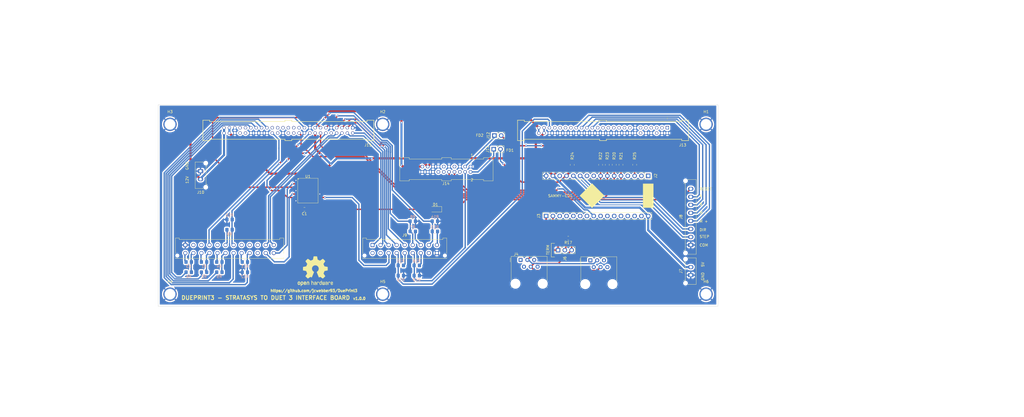
<source format=kicad_pcb>
(kicad_pcb (version 20241229) (generator "pcbnew") (generator_version "9.0")
  (layers (0 "F.Cu" signal) (2 "B.Cu" signal) (13 "F.Paste" user) (15 "B.Paste" user) (5 "F.SilkS" user "F.Silkscreen") (7 "B.SilkS" user "B.Silkscreen") (1 "F.Mask" user) (3 "B.Mask" user) (25 "Edge.Cuts" user))
  (net 0 "")
  (net 1 "VD MOTOR ENABLE")
  (net 2 "Y-Axis End of Travel Lim SW")
  (net 3 "X-Axis End of Travel Lim SW")
  (net 4 "Print Head Model Toggle SW")
  (net 5 "Print Head Support Toggle SW")
  (net 6 "PRINT BED TOUCH PR LIM SW")
  (net 7 "CHAMBER TEMP ALARM")
  (net 8 "PRINT HEAD TEMP ALARM")
  (net 9 "HEAD THERMOSTAT STATUS")
  (net 10 "VD CHAMBER HEATER ENABLE")
  (net 11 "VD EXTRUDER MODEL HEATER ENABLE")
  (net 12 "VD EXTRUDER SUPPORT HEATER ENABLE")
  (net 13 "MOTOR ENABLE")
  (net 14 "VD PRINT BED TOUCH PR PWR EN")
  (net 15 "LED Lights Enable")
  (net 16 "DIR")
  (net 17 "STEP")
  (net 18 "ARMATURE POSITIVE")
  (net 19 "ARMATURE NEGATIVE")
  (net 20 "ENCODER CH A")
  (net 21 "ENCODER CH B")
  (net 22 "CHAMBER HEATER ENABLE")
  (net 23 "PRINT HEAD MODEL THEM")
  (net 24 "PRINT HEAD SUPP THEM")
  (net 25 "CHAMBER TEMP THERM")
  (net 26 "GND")
  (net 30 "DOOR SOLENOID ENABLE")
  (net 33 "+5V")
  (net 34 "CAN0H")
  (net 35 "CAN0L")
  (net 56 "Net-(J6-Pin_2)")
  (net 57 "VD PRINT HEAD BLOWER ENABLE")
  (net 58 "LS GECKO RESET")
  (net 59 "ESHE PWM")
  (net 60 "PHBE PWM")
  (net 61 "EMHE PWM")
  (net 62 "LS DOOR SOLENOID ENABLE")
  (net 63 "PBTPE PWM")
  (net 64 "LS LED Lights Enable")
  (net 65 "+12V")
  (net 66 "Y-AXIS HOME LIM SW")
  (net 67 "Z-Axis End of Travel Lim SW")
  (net 68 "Z-AXIS HOME LIM SW")
  (net 69 "DOOR SWITCH")
  (net 70 "X-AXIS HOME LIM SW")
  (net 71 "GECKO ERROR")
  (net 72 "Net-(D1-A)")
  (net 74 "Net-(J12-Pin_2)")
  (net 75 "Net-(J11-Pin_2)")
  (net 76 "FD2")
  (net 77 "FD1")
  (net 80 "/T0")
  (net 86 "/T1 VSSA")
  (net 87 "/T2 VSSA")
  (net 89 "/T1")
  (net 90 "/T2")
  (footprint "Connector_Molex:Molex_Micro-Fit_3.0_43650-0215_1x02_P3.00mm_Vertical" (layer "F.Cu") (at 254.635 88.09 90)
    (property "Reference" "J7")
    (property "Value" "MF3.0-1x2-436500215")
  )
  (footprint "Stratasys Adapter:MountingHole_4.00mm_Pad" (layer "F.Cu") (at 139.7 31.75)
    (property "Reference" "H2")
    (property "Value" "MountingHole_Pad")
  )
  (footprint "Resistor_SMD:R_0805_2012Metric_Pad1.20x1.40mm_HandSolder" (layer "F.Cu") (at 208.92 74.295 180)
    (property "Reference" "R17")
    (property "Value" "120")
  )
  (footprint "Connector_PinHeader_2.54mm:PinHeader_1x02_P2.54mm_Vertical" (layer "F.Cu") (at 181.102 41.021 90)
    (property "Reference" "J11")
    (property "Value" "2.54Header-1x2-M")
  )
  (footprint "Resistor_SMD:R_0805_2012Metric_Pad1.20x1.40mm_HandSolder" (layer "F.Cu") (at 223.52 46.863 -90)
    (property "Reference" "R23")
    (property "Value" "10k")
  )
  (footprint "Connector_Molex:Molex_Micro-Fit_3.0_43650-0815_1x08_P3.00mm_Vertical" (layer "F.Cu") (at 254.635 76.835 90)
    (property "Reference" "J8")
    (property "Value" "MF3.0-1x8-436500815")
  )
  (footprint "Connector_PinHeader_2.54mm:PinHeader_1x02_P2.54mm_Vertical" (layer "F.Cu") (at 181.356 35.941 90)
    (property "Reference" "J12")
    (property "Value" "2.54Header-1x2-M")
  )
  (footprint "Connector_PinSocket_2.54mm:PinSocket_1x16_P2.54mm_Vertical" (layer "F.Cu") (at 238.76 51 -90)
    (property "Reference" "J2")
    (property "Value" "2.54Header-1x16-F")
  )
  (footprint "Diode_SMD:D_SMF" (layer "F.Cu") (at 159.385 63.5 180)
    (property "Reference" "D1")
    (property "Value" "100v 1A")
  )
  (footprint "Connector_PinHeader_2.54mm:PinHeader_1x03_P2.54mm_Vertical" (layer "F.Cu") (at 205.11 78.74 90)
    (property "Reference" "J6")
    (property "Value" "2.54Header-1x3-M")
  )
  (footprint "Stratasys Adapter:MountingHole_4.00mm_Pad" (layer "F.Cu") (at 139.7 95.2)
    (property "Reference" "H5")
    (property "Value" "MountingHole_Pad")
  )
  (footprint "Resistor_SMD:R_0805_2012Metric_Pad1.20x1.40mm_HandSolder" (layer "F.Cu") (at 228.6 46.847 90)
    (property "Reference" "R21")
    (property "Value" "10k")
  )
  (footprint "Connector_RJ:RJ12_Amphenol_54601-x06_Horizontal" (layer "F.Cu") (at 191.13 82.4)
    (property "Reference" "J4")
    (property "Value" "6P2C")
  )
  (footprint "Stratasys Adapter:MountingHole_4.00mm_Pad" (layer "F.Cu") (at 260.35 95.2)
    (property "Reference" "H6")
    (property "Value" "MountingHole_Pad")
  )
  (footprint "Stratasys Adapter:MountingHole_4.00mm_Pad" (layer "F.Cu") (at 60.325 31.75)
    (property "Reference" "H3")
    (property "Value" "MountingHole_Pad")
  )
  (footprint "Symbol:OSHW-Logo2_14.6x12mm_SilkScreen" (layer "F.Cu") (at 114.554 86.614)
    (property "Reference" "REF**" (hide yes))
    (property "Value" "OSHW-Logo2_14.6x12mm_SilkScreen" (hide yes))
  )
  (footprint "PCM_Package_SO_AKL:SOIC-14_3.9x8.7mm_P1.27mm" (layer "F.Cu") (at 111.76 56.515)
    (property "Reference" "U1")
    (property "Value" "SN74AHCT125DR" (hide yes))
  )
  (footprint "Connector_Molex:Molex_Micro-Fit_3.0_43045-2412_2x12_P3.00mm_Vertical" (layer "F.Cu") (at 66.04 76.835)
    (property "Reference" "J1")
    (property "Value" "MF3.0-2x12-430452412")
  )
  (footprint "Resistor_SMD:R_0805_2012Metric_Pad1.20x1.40mm_HandSolder" (layer "F.Cu") (at 210.439 46.879 -90)
    (property "Reference" "R24")
    (property "Value" "10k")
  )
  (footprint "Resistor_SMD:R_0805_2012Metric_Pad1.20x1.40mm_HandSolder" (layer "F.Cu") (at 226.06 46.847 90)
    (property "Reference" "R20")
    (property "Value" "10k")
  )
  (footprint "Resistor_SMD:R_0805_2012Metric_Pad1.20x1.40mm_HandSolder" (layer "F.Cu") (at 233.68 46.847 -90)
    (property "Reference" "R25")
    (property "Value" "10k")
  )
  (footprint "Connector_Molex:Molex_Micro-Fit_3.0_43650-0215_1x02_P3.00mm_Vertical" (layer "F.Cu") (at 71.7 49.245 -90)
    (property "Reference" "J10")
    (property "Value" "MF3.0-1x2-436500215")
  )
  (footprint "Stratasys Adapter:MountingHole_4.00mm_Pad" (layer "F.Cu") (at 260.35 31.75)
    (property "Reference" "H1")
    (property "Value" "MountingHole_Pad")
  )
  (footprint "Stratasys Adapter:MountingHole_4.00mm_Pad" (layer "F.Cu") (at 60.325 95.2)
    (property "Reference" "H4")
    (property "Value" "MountingHole_Pad")
  )
  (footprint "Resistor_SMD:R_0805_2012Metric_Pad1.20x1.40mm_HandSolder" (layer "F.Cu") (at 220.98 46.863 -90)
    (property "Reference" "R22")
    (property "Value" "10k")
  )
  (footprint "Connector_RJ:RJ12_Amphenol_54601-x06_Horizontal" (layer "F.Cu") (at 217.17 82.55)
    (property "Reference" "J5" (hide yes))
    (property "Value" "6P2C")
  )
  (footprint "Capacitor_SMD:C_0805_2012Metric_Pad1.18x1.45mm_HandSolder" (layer "F.Cu") (at 110.49 63.5 180)
    (property "Reference" "C1")
    (property "Value" "0.1 µF")
  )
  (footprint "Connector_PinSocket_2.54mm:PinSocket_1x16_P2.54mm_Vertical" (layer "F.Cu") (at 200.66 66 90)
    (property "Reference" "J3")
    (property "Value" "2.54Header-1x16-F")
  )
  (footprint "DuePrint3-Lib:SAMTEC_EHT-125-01-S-D" (layer "F.Cu") (at 104.49 34.02 180)
    (property "Reference" "J15")
    (property "Value" "EHT-125-01-S-D")
  )
  (footprint "DuePrint3-Lib:EHT-110-01-XX-D" (layer "F.Cu") (at 163.4655 48.5305 180)
    (property "Reference" "J14")
    (property "Value" "EHT-110-01-S-D")
  )
  (footprint "Connector_Molex:Molex_Micro-Fit_3.0_43045-1812_2x09_P3.00mm_Vertical" (layer "F.Cu") (at 135.89 76.835)
    (property "Reference" "J9")
    (property "Value" "MF3.0-2x9-430451812")
  )
  (footprint "DuePrint3-Lib:SAMTEC_EHT-125-01-S-D" (layer "F.Cu") (at 221.9 34.02 180)
    (property "Reference" "J13")
    (property "Value" "EHT-125-01-S-D")
  )
  (footprint "Resistor_SMD:R_0805_2012Metric_Pad1.20x1.40mm_HandSolder" (layer "B.Cu") (at 82.55 67.31 180)
    (property "Reference" "R10")
    (property "Value" "3740")
  )
  (footprint "Resistor_SMD:R_0805_2012Metric_Pad1.20x1.40mm_HandSolder" (layer "B.Cu") (at 88.265 83.185)
    (property "Reference" "R11")
    (property "Value" "31.6K")
  )
  (footprint "Resistor_SMD:R_0805_2012Metric_Pad1.20x1.40mm_HandSolder" (layer "B.Cu") (at 159.165 67.945)
    (property "Reference" "R14")
    (property "Value" "3740")
  )
  (footprint "Resistor_SMD:R_0805_2012Metric_Pad1.20x1.40mm_HandSolder" (layer "B.Cu") (at 152.4 84.455 180)
    (property "Reference" "R18")
    (property "Value" "31.6K")
  )
  (footprint "Resistor_SMD:R_0805_2012Metric_Pad1.20x1.40mm_HandSolder" (layer "B.Cu") (at 146.465 88.265)
    (property "Reference" "R16")
    (property "Value" "3740")
  )
  (footprint "Resistor_SMD:R_0805_2012Metric_Pad1.20x1.40mm_HandSolder" (layer "B.Cu") (at 67.31 83.185)
    (property "Reference" "R3")
    (property "Value" "2K")
  )
  (footprint "Resistor_SMD:R_0805_2012Metric_Pad1.20x1.40mm_HandSolder" (layer "B.Cu") (at 150.91 67.945)
    (property "Reference" "R8")
    (property "Value" "3740")
  )
  (footprint "Resistor_SMD:R_0805_2012Metric_Pad1.20x1.40mm_HandSolder" (layer "B.Cu") (at 150.91 71.755 180)
    (property "Reference" "R7")
    (property "Value" "31.6K")
  )
  (footprint "Resistor_SMD:R_0805_2012Metric_Pad1.20x1.40mm_HandSolder" (layer "B.Cu") (at 73.025 86.995 180)
    (property "Reference" "R2")
    (property "Value" "1K")
  )
  (footprint "Resistor_SMD:R_0805_2012Metric_Pad1.20x1.40mm_HandSolder" (layer "B.Cu") (at 78.74 83.185)
    (property "Reference" "R4")
    (property "Value" "2K")
  )
  (footprint "Resistor_SMD:R_0805_2012Metric_Pad1.20x1.40mm_HandSolder" (layer "B.Cu") (at 73.025 83.185)
    (property "Reference" "R1")
    (property "Value" "2K")
  )
  (footprint "Resistor_SMD:R_0805_2012Metric_Pad1.20x1.40mm_HandSolder" (layer "B.Cu") (at 67.31 86.995 180)
    (property "Reference" "R6")
    (property "Value" "1K")
  )
  (footprint "Resistor_SMD:R_0805_2012Metric_Pad1.20x1.40mm_HandSolder" (layer "B.Cu") (at 78.74 86.995 180)
    (property "Reference" "R5")
    (property "Value" "1K")
  )
  (footprint "Resistor_SMD:R_0805_2012Metric_Pad1.20x1.40mm_HandSolder" (layer "B.Cu") (at 152.4 88.265)
    (property "Reference" "R19")
    (property "Value" "3740")
  )
  (footprint "Resistor_SMD:R_0805_2012Metric_Pad1.20x1.40mm_HandSolder" (layer "B.Cu") (at 88.265 86.995 180)
    (property "Reference" "R12")
    (property "Value" "3740")
  )
  (footprint "Resistor_SMD:R_0805_2012Metric_Pad1.20x1.40mm_HandSolder" (layer "B.Cu") (at 82.55 71.12)
    (property "Reference" "R9")
    (property "Value" "31.6K")
  )
  (footprint "Resistor_SMD:R_0805_2012Metric_Pad1.20x1.40mm_HandSolder" (layer "B.Cu") (at 159.165 71.755 180)
    (property "Reference" "R13")
    (property "Value" "31.6K")
  )
  (footprint "Resistor_SMD:R_0805_2012Metric_Pad1.20x1.40mm_HandSolder" (layer "B.Cu") (at 146.465 84.455 180)
    (property "Reference" "R15")
    (property "Value" "31.6K")
  )
  (gr_line (start 202.57 81.28) (end 203.84 81.28) (stroke (width 0.15)) (layer "F.SilkS"))
  (gr_line (start 202.57 76.2) (end 202.57 81.28) (stroke (width 0.15)) (layer "F.SilkS"))
  (gr_poly (pts (xy 236.855 53.975) (xy 240.665 53.975) (xy 240.665 62.865) (xy 236.855 62.865)) (stroke (width 0.15)) (fill yes) (layer "F.SilkS"))
  (gr_poly (pts (xy 213.3 58.4) (xy 217.8 62.9) (xy 222.3 58.4) (xy 217.8 53.9)) (stroke (width 0.15)) (fill yes) (layer "F.SilkS"))
  (gr_line (start 203.84 76.2) (end 202.57 76.2) (stroke (width 0.15)) (layer "F.SilkS"))
  (gr_rect (start 55.885 24.4525) (end 264.8 99.7) (stroke (width 0.1)) (fill no) (layer "Edge.Cuts"))
  (gr_text "DUEPRINT3 - STRATASYS TO DUET 3 INTERFACE BOARD" (at 64.389 97.409 0) (layer "F.SilkS") (effects (font (size 1.5 1.5) (thickness 0.3) (bold yes)) (justify left bottom)))
  (gr_text "https://github.com/jcwebber93/DuePrint3" (at 97.663 94.488 0) (layer "F.SilkS") (effects (font (size 1 1) (thickness 0.25) (bold yes)) (justify left bottom)))
  (gr_text "12V" (at 67.31 53.975 90) (layer "F.SilkS") (effects (font (size 1 1)) (justify left bottom)))
  (gr_text "FD1" (at 185.674 42.037 0) (layer "F.SilkS") (effects (font (size 1 1)) (justify left bottom)))
  (gr_text "TERM" (at 201.935 80.645 90) (layer "F.SilkS") (effects (font (size 1 1)) (justify left bottom)))
  (gr_text "RESET" (at 257.81 56.515 0) (layer "F.SilkS") (effects (font (size 1 1)) (justify left bottom)))
  (gr_text "M +" (at 257.81 68.58 0) (layer "F.SilkS") (effects (font (size 1 1)) (justify left bottom)))
  (gr_text "GND" (at 259.715 90.17 90) (layer "F.SilkS") (effects (font (size 1 1)) (justify left bottom)))
  (gr_text "FD2" (at 174.371 36.449 0) (layer "F.SilkS") (effects (font (size 1 1)) (justify left bottom)))
  (gr_text "M -" (at 257.81 65.405 0) (layer "F.SilkS") (effects (font (size 1 1)) (justify left bottom)))
  (gr_text "A" (at 257.81 59.055 0) (layer "F.SilkS") (effects (font (size 1 1)) (justify left bottom)))
  (gr_text "DIR" (at 257.81 71.755 0) (layer "F.SilkS") (effects (font (size 1 1)) (justify left bottom)))
  (gr_text "STEP" (at 257.81 74.295 0) (layer "F.SilkS") (effects (font (size 1 1)) (justify left bottom)))
  (gr_text "COM" (at 257.81 77.47 0) (layer "F.SilkS") (effects (font (size 1 1)) (justify left bottom)))
  (gr_text "B" (at 257.81 62.23 0) (layer "F.SilkS") (effects (font (size 1 1)) (justify left bottom)))
  (gr_text "v1.0.0" (at 128.524 97.409 0) (layer "F.SilkS") (effects (font (size 1 1) (thickness 0.25) (bold yes)) (justify left bottom)))
  (gr_text "GND" (at 67.31 48.895 90) (layer "F.SilkS") (effects (font (size 1 1)) (justify left bottom)))
  (gr_text "5V" (at 259.715 85.09 90) (layer "F.SilkS") (effects (font (size 1 1)) (justify left bottom)))
  (gr_text "SAMMY-C21" (at 201.295 59.055 0) (layer "F.SilkS") (effects (font (size 1 1)) (justify left bottom)))
  (segment (start 148.02 83.9) (end 147.465 84.455) (width 0.5) (layer "B.Cu") (net 1))
  (segment (start 148.02 80.01) (end 148.02 83.9) (width 0.5) (layer "B.Cu") (net 1))
  (segment (start 132.61 36.09) (end 127.56 36.09) (width 0.5) (layer "B.Cu") (net 2))
  (segment (start 127.56 36.09) (end 126.49 35.02) (width 0.5) (layer "B.Cu") (net 2))
  (segment (start 139 42.48) (end 132.61 36.09) (width 0.5) (layer "B.Cu") (net 2))
  (segment (start 136.02 77.01) (end 139 74.03) (width 0.5) (layer "B.Cu") (net 2))
  (segment (start 139 74.03) (end 139 42.48) (width 0.5) (layer "B.Cu") (net 2))
  (segment (start 139.7 41.91) (end 139.7 76.33) (width 0.5) (layer "B.Cu") (net 3))
  (segment (start 139.7 76.33) (end 139.02 77.01) (width 0.5) (layer "B.Cu") (net 3))
  (segment (start 128.49 35.02) (end 132.81 35.02) (width 0.5) (layer "B.Cu") (net 3))
  (segment (start 132.81 35.02) (end 139.7 41.91) (width 0.5) (layer "B.Cu") (net 3))
  (segment (start 171.32 56.385) (end 166.4639 51.5289) (width 0.5) (layer "F.Cu") (net 4))
  (segment (start 204.6 56.385) (end 171.32 56.385) (width 0.5) (layer "F.Cu") (net 4))
  (segment (start 166.4639 51.5289) (end 166.4639 49.53) (width 0.5) (layer "F.Cu") (net 4))
  (segment (start 205.105 55.88) (end 204.6 56.385) (width 0.5) (layer "F.Cu") (net 4))
  (via (at 205.105 55.88) (size 0.8) (drill 0.4) (layers "F.Cu" "B.Cu") (net 4))
  (segment (start 214.887918 63.715) (end 216.155 63.715) (width 0.5) (layer "B.Cu") (net 4))
  (segment (start 207.052918 55.88) (end 214.887918 63.715) (width 0.5) (layer "B.Cu") (net 4))
  (segment (start 216.155 63.715) (end 218.44 66) (width 0.5) (layer "B.Cu") (net 4))
  (segment (start 205.105 55.88) (end 207.052918 55.88) (width 0.5) (layer "B.Cu") (net 4))
  (segment (start 220.98 51) (end 220.98 53.34) (width 0.5) (layer "F.Cu") (net 5))
  (segment (start 220.98 53.34) (end 217.235 57.085) (width 0.5) (layer "F.Cu") (net 5))
  (segment (start 220.98 51) (end 220.98 47.863) (width 0.5) (layer "F.Cu") (net 5))
  (segment (start 217.235 57.085) (end 170.75 57.085) (width 0.5) (layer "F.Cu") (net 5))
  (segment (start 164.465 50.8) (end 164.465 49.53) (width 0.5) (layer "F.Cu") (net 5))
  (segment (start 170.75 57.085) (end 164.465 50.8) (width 0.5) (layer "F.Cu") (net 5))
  (segment (start 97.09 75.785) (end 97.09 58.485) (width 0.5) (layer "B.Cu") (net 6))
  (segment (start 97.09 58.485) (end 119.485 36.09) (width 0.5) (layer "B.Cu") (net 6))
  (segment (start 119.485 36.09) (end 121.42 36.09) (width 0.5) (layer "B.Cu") (net 6))
  (segment (start 121.42 36.09) (end 122.49 35.02) (width 0.5) (layer "B.Cu") (net 6))
  (segment (start 96.04 76.835) (end 97.09 75.785) (width 0.5) (layer "B.Cu") (net 6))
  (segment (start 83.885 89.551878) (end 83.885 79.73) (width 0.5) (layer "B.Cu") (net 7))
  (segment (start 93.32 29.85) (end 79.176941 29.85) (width 0.5) (layer "B.Cu") (net 7))
  (segment (start 61.230025 90.935) (end 82.501878 90.935) (width 0.5) (layer "B.Cu") (net 7))
  (segment (start 96.49 33.02) (end 93.32 29.85) (width 0.5) (layer "B.Cu") (net 7))
  (segment (start 79.176941 29.85) (end 58.86 50.166941) (width 0.5) (layer "B.Cu") (net 7))
  (segment (start 58.86 88.564975) (end 61.230025 90.935) (width 0.5) (layer "B.Cu") (net 7))
  (segment (start 58.86 50.166941) (end 58.86 88.564975) (width 0.5) (layer "B.Cu") (net 7))
  (segment (start 82.501878 90.935) (end 83.885 89.551878) (width 0.5) (layer "B.Cu") (net 7))
  (segment (start 100.965 37.495) (end 98.49 35.02) (width 0.5) (layer "B.Cu") (net 8))
  (segment (start 100.965 45.085) (end 74.885 71.165) (width 0.5) (layer "B.Cu") (net 8))
  (segment (start 100.965 40.64) (end 100.965 37.495) (width 0.5) (layer "B.Cu") (net 8))
  (segment (start 74.885 71.165) (end 74.885 76.73) (width 0.5) (layer "B.Cu") (net 8))
  (segment (start 100.965 40.64) (end 100.965 45.085) (width 0.5) (layer "B.Cu") (net 8))
  (segment (start 113.665 43.815) (end 132.715 43.815) (width 0.5) (layer "F.Cu") (net 9))
  (segment (start 109.22 35.75) (end 109.22 39.37) (width 0.5) (layer "F.Cu") (net 9))
  (segment (start 109.22 39.37) (end 113.665 43.815) (width 0.5) (layer "F.Cu") (net 9))
  (segment (start 147.385 58.485) (end 220.915 58.485) (width 0.5) (layer "F.Cu") (net 9))
  (segment (start 108.49 35.02) (end 109.22 35.75) (width 0.5) (layer "F.Cu") (net 9))
  (segment (start 226.06 53.34) (end 226.06 51) (width 0.5) (layer "F.Cu") (net 9))
  (segment (start 132.715 43.815) (end 147.385 58.485) (width 0.5) (layer "F.Cu") (net 9))
  (segment (start 226.06 51) (end 226.06 47.847) (width 0.5) (layer "F.Cu") (net 9))
  (segment (start 220.915 58.485) (end 226.06 53.34) (width 0.5) (layer "F.Cu") (net 9))
  (segment (start 151.8225 71.755) (end 151.8225 74.7675) (width 0.5) (layer "B.Cu") (net 10))
  (segment (start 151.8225 74.7675) (end 153.89 76.835) (width 0.5) (layer "B.Cu") (net 10))
  (segment (start 81.6375 71.12) (end 81.6375 75.9775) (width 0.5) (layer "B.Cu") (net 11))
  (segment (start 81.6375 75.9775) (end 80.885 76.73) (width 0.5) (layer "B.Cu") (net 11))
  (segment (start 86.885 79.73) (end 86.885 82.7175) (width 0.5) (layer "B.Cu") (net 12))
  (segment (start 86.885 82.7175) (end 87.3525 83.185) (width 0.5) (layer "B.Cu") (net 12))
  (segment (start 196.215 29.845) (end 201.295 29.845) (width 0.5) (layer "B.Cu") (net 13))
  (segment (start 145.02 80.01) (end 145.465 80.455) (width 0.5) (layer "B.Cu") (net 13))
  (segment (start 201.295 29.845) (end 201.9 30.45) (width 0.5) (layer "B.Cu") (net 13))
  (segment (start 158.115 91.44) (end 191.77 57.785) (width 0.5) (layer "B.Cu") (net 13))
  (segment (start 145.465 89.585) (end 147.32 91.44) (width 0.5) (layer "B.Cu") (net 13))
  (segment (start 145.465 80.455) (end 145.465 89.585) (width 0.5) (layer "B.Cu") (net 13))
  (segment (start 147.32 91.44) (end 158.115 91.44) (width 0.5) (layer "B.Cu") (net 13))
  (segment (start 191.77 34.29) (end 196.215 29.845) (width 0.5) (layer "B.Cu") (net 13))
  (segment (start 201.9 30.45) (end 201.9 33.02) (width 0.5) (layer "B.Cu") (net 13))
  (segment (start 191.77 57.785) (end 191.77 34.29) (width 0.5) (layer "B.Cu") (net 13))
  (segment (start 160.0775 76.6475) (end 159.89 76.835) (width 0.5) (layer "B.Cu") (net 14))
  (segment (start 160.0775 71.755) (end 160.0775 76.6475) (width 0.5) (layer "B.Cu") (net 14))
  (segment (start 160.0775 76.9525) (end 160.02 77.01) (width 0.5) (layer "B.Cu") (net 14))
  (segment (start 98.21 56.515) (end 101.6 56.515) (width 0.5) (layer "F.Cu") (net 15))
  (segment (start 104.14 45.085) (end 106.68 42.545) (width 0.5) (layer "F.Cu") (net 15))
  (segment (start 97.79 56.095) (end 98.21 56.515) (width 0.5) (layer "F.Cu") (net 15))
  (segment (start 101.6 56.515) (end 104.14 59.055) (width 0.5) (layer "F.Cu") (net 15))
  (segment (start 106.68 42.545) (end 110.49 42.545) (width 0.5) (layer "F.Cu") (net 15))
  (segment (start 104.14 59.055) (end 109.285 59.055) (width 0.5) (layer "F.Cu") (net 15))
  (via (at 97.79 56.095) (size 0.8) (drill 0.4) (layers "F.Cu" "B.Cu") (net 15))
  (via (at 104.14 45.085) (size 0.8) (drill 0.4) (layers "F.Cu" "B.Cu") (net 15))
  (via (at 110.49 42.545) (size 0.8) (drill 0.4) (layers "F.Cu" "B.Cu") (net 15))
  (segment (start 96.52 54.825) (end 96.52 52.705) (width 0.5) (layer "B.Cu") (net 15))
  (segment (start 110.49 42.545) (end 111.125 42.545) (width 0.5) (layer "B.Cu") (net 15))
  (segment (start 111.125 42.545) (end 118.49 35.18) (width 0.5) (layer "B.Cu") (net 15))
  (segment (start 118.49 35.18) (end 118.49 35.02) (width 0.5) (layer "B.Cu") (net 15))
  (segment (start 96.52 52.705) (end 104.14 45.085) (width 0.5) (layer "B.Cu") (net 15))
  (segment (start 97.79 56.095) (end 96.52 54.825) (width 0.5) (layer "B.Cu") (net 15))
  (segment (start 221.59 59.055) (end 239.855 59.055) (width 0.5) (layer "B.Cu") (net 16))
  (segment (start 213.535 51) (end 221.59 59.055) (width 0.5) (layer "B.Cu") (net 16))
  (segment (start 251.635 70.835) (end 254.635 70.835) (width 0.5) (layer "B.Cu") (net 16))
  (segment (start 239.855 59.055) (end 251.635 70.835) (width 0.5) (layer "B.Cu") (net 16))
  (segment (start 213.36 51) (end 213.535 51) (width 0.5) (layer "B.Cu") (net 16))
  (segment (start 238.76 60.96) (end 251.635 73.835) (width 0.5) (layer "B.Cu") (net 17))
  (segment (start 210.82 51) (end 210.995 51) (width 0.5) (layer "B.Cu") (net 17))
  (segment (start 251.635 73.835) (end 254.635 73.835) (width 0.5) (layer "B.Cu") (net 17))
  (segment (start 220.955 60.96) (end 238.76 60.96) (width 0.5) (layer "B.Cu") (net 17))
  (segment (start 210.995 51) (end 220.955 60.96) (width 0.5) (layer "B.Cu") (net 17))
  (segment (start 211.9 33.02) (end 216.54 28.38) (width 0.5) (layer "B.Cu") (net 18))
  (segment (start 261.62 63.215) (end 257 67.835) (width 0.5) (layer "B.Cu") (net 18))
  (segment (start 250.63 28.38) (end 261.62 39.37) (width 0.5) (layer "B.Cu") (net 18))
  (segment (start 216.54 28.38) (end 250.63 28.38) (width 0.5) (layer "B.Cu") (net 18))
  (segment (start 257 67.835) (end 254.635 67.835) (width 0.5) (layer "B.Cu") (net 18))
  (segment (start 261.62 39.37) (end 261.62 63.215) (width 0.5) (layer "B.Cu") (net 18))
  (segment (start 257 64.835) (end 254.635 64.835) (width 0.5) (layer "B.Cu") (net 19))
  (segment (start 250.06 29.08) (end 260.35 39.37) (width 0.5) (layer "B.Cu") (net 19))
  (segment (start 260.35 61.485) (end 257 64.835) (width 0.5) (layer "B.Cu") (net 19))
  (segment (start 260.35 39.37) (end 260.35 61.485) (width 0.5) (layer "B.Cu") (net 19))
  (segment (start 213.9 33.02) (end 217.84 29.08) (width 0.5) (layer "B.Cu") (net 19))
  (segment (start 217.84 29.08) (end 250.06 29.08) (width 0.5) (layer "B.Cu") (net 19))
  (segment (start 257.81 58.025) (end 257 58.835) (width 0.5) (layer "B.Cu") (net 20))
  (segment (start 220.44 30.48) (end 248.92 30.48) (width 0.5) (layer "B.Cu") (net 20))
  (segment (start 257 58.835) (end 254.635 58.835) (width 0.5) (layer "B.Cu") (net 20))
  (segment (start 257.81 39.37) (end 257.81 58.025) (width 0.5) (layer "B.Cu") (net 20))
  (segment (start 217.9 33.02) (end 220.44 30.48) (width 0.5) (layer "B.Cu") (net 20))
  (segment (start 248.92 30.48) (end 257.81 39.37) (width 0.5) (layer "B.Cu") (net 20))
  (segment (start 215.9 33.02) (end 219.14 29.78) (width 0.5) (layer "B.Cu") (net 21))
  (segment (start 257 61.835) (end 254.635 61.835) (width 0.5) (layer "B.Cu") (net 21))
  (segment (start 259.08 39.37) (end 259.08 59.755) (width 0.5) (layer "B.Cu") (net 21))
  (segment (start 259.08 59.755) (end 257 61.835) (width 0.5) (layer "B.Cu") (net 21))
  (segment (start 249.49 29.78) (end 259.08 39.37) (width 0.5) (layer "B.Cu") (net 21))
  (segment (start 219.14 29.78) (end 249.49 29.78) (width 0.5) (layer "B.Cu") (net 21))
  (segment (start 118.49 33.02) (end 122.935 28.575) (width 0.5) (layer "F.Cu") (net 22))
  (via (at 122.935 28.575) (size 0.8) (drill 0.4) (layers "F.Cu" "B.Cu") (net 22))
  (segment (start 150.89 76.835) (end 150.89 72.6475) (width 0.5) (layer "B.Cu") (net 22))
  (segment (start 145.415 67.945) (end 149.9975 67.945) (width 0.5) (layer "B.Cu") (net 22))
  (segment (start 128.905 28.575) (end 138.785 38.455) (width 0.5) (layer "B.Cu") (net 22))
  (segment (start 149.9975 67.945) (end 149.9975 71.755) (width 0.5) (layer "B.Cu") (net 22))
  (segment (start 142.5 65.03) (end 145.415 67.945) (width 0.5) (layer "B.Cu") (net 22))
  (segment (start 138.785 38.455) (end 140.977032 38.455) (width 0.5) (layer "B.Cu") (net 22))
  (segment (start 142.585 40.062968) (end 142.585 42.206981) (width 0.5) (layer "B.Cu") (net 22))
  (segment (start 122.935 28.575) (end 128.905 28.575) (width 0.5) (layer "B.Cu") (net 22))
  (segment (start 142.5 42.291981) (end 142.5 65.03) (width 0.5) (layer "B.Cu") (net 22))
  (segment (start 140.977032 38.455) (end 142.585 40.062968) (width 0.5) (layer "B.Cu") (net 22))
  (segment (start 150.89 72.6475) (end 149.9975 71.755) (width 0.5) (layer "B.Cu") (net 22))
  (segment (start 142.585 42.206981) (end 142.5 42.291981) (width 0.5) (layer "B.Cu") (net 22))
  (segment (start 59.56 88.135) (end 61.66 90.235) (width 0.5) (layer "B.Cu") (net 23))
  (segment (start 59.56 50.456891) (end 59.56 88.135) (width 0.5) (layer "B.Cu") (net 23))
  (segment (start 79.466891 30.55) (end 59.56 50.456891) (width 0.5) (layer "B.Cu") (net 23))
  (segment (start 61.66 90.235) (end 74.5875 90.235) (width 0.5) (layer "B.Cu") (net 23))
  (segment (start 94.49 33.02) (end 92.02 30.55) (width 0.5) (layer "B.Cu") (net 23))
  (segment (start 92.02 30.55) (end 79.466891 30.55) (width 0.5) (layer "B.Cu") (net 23))
  (segment (start 74.5875 90.235) (end 77.8275 86.995) (width 0.5) (layer "B.Cu") (net 23))
  (segment (start 60.26 50.746841) (end 60.26 87.646878) (width 0.5) (layer "B.Cu") (net 24))
  (segment (start 92.49 33.02) (end 90.72 31.25) (width 0.5) (layer "B.Cu") (net 24))
  (segment (start 79.756841 31.25) (end 60.26 50.746841) (width 0.5) (layer "B.Cu") (net 24))
  (segment (start 90.72 31.25) (end 79.756841 31.25) (width 0.5) (layer "B.Cu") (net 24))
  (segment (start 60.26 87.646878) (end 62.148122 89.535) (width 0.5) (layer "B.Cu") (net 24))
  (segment (start 70.8425 89.535) (end 72.1125 88.265) (width 0.5) (layer "B.Cu") (net 24))
  (segment (start 72.1125 88.265) (end 72.1125 86.995) (width 0.5) (layer "B.Cu") (net 24))
  (segment (start 62.148122 89.535) (end 70.8425 89.535) (width 0.5) (layer "B.Cu") (net 24))
  (segment (start 60.96 51.036791) (end 60.96 87.13375) (width 0.5) (layer "B.Cu") (net 25))
  (segment (start 60.96 87.13375) (end 62.66125 88.835) (width 0.5) (layer "B.Cu") (net 25))
  (segment (start 89.42 31.95) (end 80.046791 31.95) (width 0.5) (layer "B.Cu") (net 25))
  (segment (start 64.5575 88.835) (end 66.3975 86.995) (width 0.5) (layer "B.Cu") (net 25))
  (segment (start 80.046791 31.95) (end 60.96 51.036791) (width 0.5) (layer "B.Cu") (net 25))
  (segment (start 62.66125 88.835) (end 64.5575 88.835) (width 0.5) (layer "B.Cu") (net 25))
  (segment (start 90.49 33.02) (end 89.42 31.95) (width 0.5) (layer "B.Cu") (net 25))
  (segment (start 109.285 52.705) (end 107.315 52.705) (width 0.5) (layer "F.Cu") (net 26))
  (segment (start 109.285 60.325) (end 109.285 63.3325) (width 0.5) (layer "F.Cu") (net 26))
  (segment (start 109.285 56.515) (end 107.315 56.515) (width 0.5) (layer "F.Cu") (net 26))
  (segment (start 109.285 63.3325) (end 109.4525 63.5) (width 0.5) (layer "F.Cu") (net 26))
  (segment (start 109.285 60.325) (end 107.315 60.325) (width 0.5) (layer "F.Cu") (net 26))
  (segment (start 114.235 57.785) (end 116.205 57.785) (width 0.5) (layer "F.Cu") (net 26))
  (via (at 116.205 57.785) (size 0.8) (drill 0.4) (layers "F.Cu" "B.Cu") (net 26))
  (via (at 107.315 52.705) (size 0.8) (drill 0.4) (layers "F.Cu" "B.Cu") (net 26))
  (via (at 107.315 56.515) (size 0.8) (drill 0.4) (layers "F.Cu" "B.Cu") (net 26))
  (via (at 107.315 60.325) (size 0.8) (drill 0.4) (layers "F.Cu" "B.Cu") (net 26))
  (segment (start 77.82495 29.21) (end 112.68 29.21) (width 0.5) (layer "F.Cu") (net 30))
  (segment (start 112.68 29.21) (end 116.49 33.02) (width 0.5) (layer "F.Cu") (net 30))
  (segment (start 87.63 55.245) (end 76.2 43.815) (width 0.5) (layer "F.Cu") (net 30))
  (segment (start 76.2 43.815) (end 76.2 30.83495) (width 0.5) (layer "F.Cu") (net 30))
  (segment (start 76.2 30.83495) (end 77.82495 29.21) (width 0.5) (layer "F.Cu") (net 30))
  (segment (start 109.285 55.245) (end 87.63 55.245) (width 0.5) (layer "F.Cu") (net 30))
  (segment (start 196.825 44.45) (end 159.5501 44.45) (width 0.8) (layer "F.Cu") (net 33))
  (segment (start 159.5501 44.45) (end 156.4691 47.531) (width 0.8) (layer "F.Cu") (net 33))
  (segment (start 135.636 44.45) (end 153.3881 44.45) (width 0.8) (layer "F.Cu") (net 33))
  (segment (start 111.695 50.165) (end 97.635 50.165) (width 0.8) (layer "F.Cu") (net 33))
  (segment (start 113.250001 52.705) (end 114.235 52.705) (width 0.5) (layer "F.Cu") (net 33))
  (segment (start 199.9 35.02) (end 196.825 38.095) (width 0.8) (layer "F.Cu") (net 33))
  (segment (start 111.5275 54.427501) (end 111.997001 53.958001) (width 0.5) (layer "F.Cu") (net 33))
  (segment (start 112.014 53.975) (end 111.997001 53.958001) (width 0.5) (layer "F.Cu") (net 33))
  (segment (start 233.68 45.847) (end 226.06 45.847) (width 0.5) (layer "F.Cu") (net 33))
  (segment (start 153.3881 44.45) (end 156.4691 47.531) (width 0.8) (layer "F.Cu") (net 33))
  (segment (start 220.98 45.863) (end 220.964 45.879) (width 0.5) (layer "F.Cu") (net 33))
  (segment (start 208.321 45.879) (end 203.2 51) (width 0.5) (layer "F.Cu") (net 33))
  (segment (start 226.06 45.847) (end 220.996 45.847) (width 0.5) (layer "F.Cu") (net 33))
  (segment (start 114.235 55.245) (end 111.6545 55.245) (width 0.5) (layer "F.Cu") (net 33))
  (segment (start 111.997001 53.958001) (end 113.250001 52.705) (width 0.5) (layer "F.Cu") (net 33))
  (segment (start 114.235 52.705) (end 111.695 50.165) (width 0.8) (layer "F.Cu") (net 33))
  (segment (start 111.5275 55.118) (end 111.5275 54.427501) (width 0.5) (layer "F.Cu") (net 33))
  (segment (start 114.49 40.83) (end 114.49 35.02) (width 0.8) (layer "F.Cu") (net 33))
  (segment (start 120.3325 46.6725) (end 120.2675 46.6725) (width 0.8) (layer "F.Cu") (net 33))
  (segment (start 114.235 53.975) (end 112.014 53.975) (width 0.5) (layer "F.Cu") (net 33))
  (segment (start 220.964 45.879) (end 208.321 45.879) (width 0.5) (layer "F.Cu") (net 33))
  (segment (start 196.825 44.45) (end 203.2 50.825) (width 0.8) (layer "F.Cu") (net 33))
  (segment (start 203.2 50.825) (end 203.2 51) (width 0.8) (layer "F.Cu") (net 33))
  (segment (start 111.5275 63.5) (end 111.5275 55.118) (width 0.5) (layer "F.Cu") (net 33))
  (segment (start 196.825 38.095) (end 196.825 44.45) (width 0.8) (layer "F.Cu") (net 33))
  (segment (start 120.2675 46.6725) (end 114.235 52.705) (width 0.8) (layer "F.Cu") (net 33))
  (segment (start 111.6545 55.245) (end 111.5275 55.118) (width 0.5) (layer "F.Cu") (net 33))
  (segment (start 97.635 50.165) (end 82.49 35.02) (width 0.8) (layer "F.Cu") (net 33))
  (segment (start 220.996 45.847) (end 220.98 45.863) (width 0.5) (layer "F.Cu") (net 33))
  (segment (start 116.586 42.926) (end 114.49 40.83) (width 0.8) (layer "F.Cu") (net 33))
  (via (at 135.636 44.45) (size 0.8) (drill 0.4) (layers "F.Cu" "B.Cu") (net 33))
  (via (at 120.3325 46.6725) (size 0.8) (drill 0.4) (layers "F.Cu" "B.Cu") (net 33))
  (via (at 116.586 42.926) (size 0.8) (drill 0.4) (layers "F.Cu" "B.Cu") (net 33))
  (segment (start 238.76 66.04) (end 238.76 71.28) (width 0.8) (layer "B.Cu") (net 33))
  (segment (start 235.585 62.865) (end 238.76 66.04) (width 0.8) (layer "B.Cu") (net 33))
  (segment (start 203.375 51) (end 215.24 62.865) (width 0.8) (layer "B.Cu") (net 33))
  (segment (start 135.636 44.45) (end 122.555 44.45) (width 0.8) (layer "B.Cu") (net 33))
  (segment (start 203.2 51) (end 203.375 51) (width 0.8) (layer "B.Cu") (net 33))
  (segment (start 82.49 33.02) (end 82.49 35.02) (width 0.8) (layer "B.Cu") (net 33))
  (segment (start 199.9 33.02) (end 199.9 35.02) (width 0.5) (layer "B.Cu") (net 33))
  (segment (start 252.57 85.09) (end 254.635 85.09) (width 0.8) (layer "B.Cu") (net 33))
  (segment (start 215.24 62.865) (end 235.585 62.865) (width 0.8) (layer "B.Cu") (net 33))
  (segment (start 116.586 42.926) (end 120.3325 46.6725) (width 0.8) (layer "B.Cu") (net 33))
  (segment (start 122.555 44.45) (end 120.3325 46.6725) (width 0.8) (layer "B.Cu") (net 33))
  (segment (start 238.76 71.28) (end 252.57 85.09) (width 0.8) (layer "B.Cu") (net 33))
  (segment (start 205.11 78.74) (end 203.835 78.74) (width 0.5) (layer "F.Cu") (net 34))
  (segment (start 200.66 68.575) (end 205.11 73.025) (width 0.5) (layer "F.Cu") (net 34))
  (segment (start 200.66 66) (end 200.66 68.575) (width 0.5) (layer "F.Cu") (net 34))
  (segment (start 201.93 80.645) (end 195.425 80.645) (width 0.5) (layer "F.Cu") (net 34))
  (segment (start 203.835 78.74) (end 201.93 80.645) (width 0.5) (layer "F.Cu") (net 34))
  (segment (start 205.11 73.025) (end 205.11 78.74) (width 0.5) (layer "F.Cu") (net 34))
  (segment (start 195.425 80.645) (end 193.67 82.4) (width 0.5) (layer "F.Cu") (net 34))
  (segment (start 218.44 83.82) (end 219.71 82.55) (width 0.5) (layer "B.Cu") (net 34))
  (segment (start 195.441199 83.73) (end 197.981199 83.73) (width 0.5) (layer "B.Cu") (net 34))
  (segment (start 197.981199 83.73) (end 198.071199 83.82) (width 0.5) (layer "B.Cu") (net 34))
  (segment (start 194.111199 82.4) (end 195.441199 83.73) (width 0.5) (layer "B.Cu") (net 34))
  (segment (start 193.67 82.4) (end 194.111199 82.4) (width 0.5) (layer "B.Cu") (net 34))
  (segment (start 198.071199 83.82) (end 218.44 83.82) (width 0.5) (layer "B.Cu") (net 34))
  (segment (start 203.2 68.575) (end 207.015 72.39) (width 0.5) (layer "F.Cu") (net 35))
  (segment (start 210.19 74.6525) (end 209.8325 74.295) (width 0.5) (layer "F.Cu") (net 35))
  (segment (start 210.19 78.74) (end 210.19 74.6525) (width 0.5) (layer "F.Cu") (net 35))
  (segment (start 203.2 66) (end 203.2 68.575) (width 0.5) (layer "F.Cu") (net 35))
  (segment (start 205.2 83.73) (end 210.19 78.74) (width 0.5) (layer "F.Cu") (net 35))
  (segment (start 208.92 72.39) (end 209.8325 73.3025) (width 0.5) (layer "F.Cu") (net 35))
  (segment (start 194.94 84.94) (end 196.15 83.73) (width 0.5) (layer "F.Cu") (net 35))
  (segment (start 207.015 72.39) (end 208.92 72.39) (width 0.5) (layer "F.Cu") (net 35))
  (segment (start 209.8325 73.3025) (end 209.8325 74.295) (width 0.5) (layer "F.Cu") (net 35))
  (segment (start 194.94 84.94) (end 196.36 86.36) (width 0.5) (layer "F.Cu") (net 35))
  (segment (start 219.71 86.36) (end 220.98 85.09) (width 0.5) (layer "F.Cu") (net 35))
  (segment (start 196.15 83.73) (end 205.2 83.73) (width 0.5) (layer "F.Cu") (net 35))
  (segment (start 196.36 86.36) (end 219.71 86.36) (width 0.5) (layer "F.Cu") (net 35))
  (segment (start 208.0075 78.3825) (end 207.65 78.74) (width 0.5) (layer "F.Cu") (net 56))
  (segment (start 208.0075 74.295) (end 208.0075 78.3825) (width 0.5) (layer "F.Cu") (net 56))
  (segment (start 154.02 83.7475) (end 153.3125 84.455) (width 0.5) (layer "B.Cu") (net 57))
  (segment (start 154.02 80.01) (end 154.02 83.7475) (width 0.5) (layer "B.Cu") (net 57))
  (segment (start 118.11 59.055) (end 114.235 59.055) (width 0.5) (layer "F.Cu") (net 58))
  (via (at 118.11 59.055) (size 0.8) (drill 0.4) (layers "F.Cu" "B.Cu") (net 58))
  (segment (start 118.11 59.055) (end 128.27 59.055) (width 0.5) (layer "B.Cu") (net 58))
  (segment (start 128.27 59.055) (end 130.81 61.595) (width 0.5) (layer "B.Cu") (net 58))
  (segment (start 140.97 84.455) (end 142.02 83.405) (width 0.5) (layer "B.Cu") (net 58))
  (segment (start 130.81 61.595) (end 130.81 82.55) (width 0.5) (layer "B.Cu") (net 58))
  (segment (start 142.02 83.405) (end 142.02 80.01) (width 0.5) (layer "B.Cu") (net 58))
  (segment (start 130.81 82.55) (end 132.715 84.455) (width 0.5) (layer "B.Cu") (net 58))
  (segment (start 132.715 84.455) (end 140.97 84.455) (width 0.5) (layer "B.Cu") (net 58))
  (segment (start 60.77 91.635) (end 58.16 89.025) (width 0.5) (layer "B.Cu") (net 59))
  (segment (start 106.62 29.15) (end 110.49 33.02) (width 0.5) (layer "B.Cu") (net 59))
  (segment (start 89.885 79.73) (end 89.1775 80.4375) (width 0.5) (layer "B.Cu") (net 59))
  (segment (start 58.16 49.876991) (end 78.886991 29.15) (width 0.5) (layer "B.Cu") (net 59))
  (segment (start 89.1775 80.4375) (end 89.1775 90.805) (width 0.5) (layer "B.Cu") (net 59))
  (segment (start 58.16 89.025) (end 58.16 49.876991) (width 0.5) (layer "B.Cu") (net 59))
  (segment (start 88.3475 91.635) (end 60.77 91.635) (width 0.5) (layer "B.Cu") (net 59))
  (segment (start 89.1775 90.805) (end 88.3475 91.635) (width 0.5) (layer "B.Cu") (net 59))
  (segment (start 78.886991 29.15) (end 106.62 29.15) (width 0.5) (layer "B.Cu") (net 59))
  (segment (start 158.115 90.17) (end 170.4619 77.8231) (width 0.5) (layer "B.Cu") (net 60))
  (segment (start 152.4 90.17) (end 158.115 90.17) (width 0.5) (layer "B.Cu") (net 60))
  (segment (start 151.02 80.01) (end 151.4875 80.4775) (width 0.5) (layer "B.Cu") (net 60))
  (segment (start 151.4875 80.4775) (end 151.4875 89.2575) (width 0.5) (layer "B.Cu") (net 60))
  (segment (start 151.4875 89.2575) (end 152.4 90.17) (width 0.5) (layer "B.Cu") (net 60))
  (segment (start 170.4619 77.8231) (end 170.4619 49.53) (width 0.5) (layer "B.Cu") (net 60))
  (segment (start 101.06 46.45) (end 108.045 39.465) (width 0.5) (layer "F.Cu") (net 61))
  (via (at 101.06 46.45) (size 0.8) (drill 0.4) (layers "F.Cu" "B.Cu") (net 61))
  (via (at 108.045 39.465) (size 0.8) (drill 0.4) (layers "F.Cu" "B.Cu") (net 61))
  (segment (start 83.4625 64.0475) (end 101.06 46.45) (width 0.5) (layer "B.Cu") (net 61))
  (segment (start 83.885 76.73) (end 83.4625 76.3075) (width 0.5) (layer "B.Cu") (net 61))
  (segment (start 83.4625 76.3075) (end 83.4625 64.0475) (width 0.5) (layer "B.Cu") (net 61))
  (segment (start 108.045 39.465) (end 112.49 35.02) (width 0.5) (layer "B.Cu") (net 61))
  (segment (start 106.045 53.975) (end 109.285 53.975) (width 0.5) (layer "F.Cu") (net 62))
  (via (at 106.045 53.975) (size 0.8) (drill 0.4) (layers "F.Cu" "B.Cu") (net 62))
  (segment (start 98.99 79.835) (end 98.885 79.73) (width 0.5) (layer "B.Cu") (net 62))
  (segment (start 104.075 76.9) (end 101.14 79.835) (width 0.5) (layer "B.Cu") (net 62))
  (segment (start 101.14 79.835) (end 98.99 79.835) (width 0.5) (layer "B.Cu") (net 62))
  (segment (start 106.045 53.975) (end 104.075 55.945) (width 0.5) (layer "B.Cu") (net 62))
  (segment (start 104.075 55.945) (end 104.075 76.9) (width 0.5) (layer "B.Cu") (net 62))
  (segment (start 119.68 27.83) (end 117.8875 29.6225) (width 0.5) (layer "F.Cu") (net 63))
  (via (at 117.8875 29.6225) (size 0.8) (drill 0.4) (layers "F.Cu" "B.Cu") (net 63))
  (via (at 119.68 27.83) (size 0.8) (drill 0.4) (layers "F.Cu" "B.Cu") (net 63))
  (segment (start 158.2525 71.755) (end 158.2525 75.4725) (width 0.5) (layer "B.Cu") (net 63))
  (segment (start 158.2525 71.755) (end 158.2525 67.945) (width 0.5) (layer "B.Cu") (net 63))
  (segment (start 154.94 67.945) (end 158.2525 67.945) (width 0.5) (layer "B.Cu") (net 63))
  (segment (start 128.905 27.305) (end 139.355 37.755) (width 0.5) (layer "B.Cu") (net 63))
  (segment (start 139.355 37.755) (end 141.266982 37.755) (width 0.5) (layer "B.Cu") (net 63))
  (segment (start 158.2525 75.4725) (end 156.89 76.835) (width 0.5) (layer "B.Cu") (net 63))
  (segment (start 120.205 27.305) (end 128.905 27.305) (width 0.5) (layer "B.Cu") (net 63))
  (segment (start 114.49 33.02) (end 117.8875 29.6225) (width 0.5) (layer "B.Cu") (net 63))
  (segment (start 119.68 27.83) (end 120.205 27.305) (width 0.5) (layer "B.Cu") (net 63))
  (segment (start 143.285 39.773018) (end 143.285 56.29) (width 0.5) (layer "B.Cu") (net 63))
  (segment (start 143.285 56.29) (end 154.94 67.945) (width 0.5) (layer "B.Cu") (net 63))
  (segment (start 141.266982 37.755) (end 143.285 39.773018) (width 0.5) (layer "B.Cu") (net 63))
  (segment (start 106.045 57.785) (end 109.285 57.785) (width 0.5) (layer "F.Cu") (net 64))
  (via (at 106.045 57.785) (size 0.8) (drill 0.4) (layers "F.Cu" "B.Cu") (net 64))
  (segment (start 104.775 59.055) (end 104.775 81.28) (width 0.5) (layer "B.Cu") (net 64))
  (segment (start 102.935 83.12) (end 99.275 83.12) (width 0.5) (layer "B.Cu") (net 64))
  (segment (start 106.045 57.785) (end 104.775 59.055) (width 0.5) (layer "B.Cu") (net 64))
  (segment (start 99.275 83.12) (end 95.885 79.73) (width 0.5) (layer "B.Cu") (net 64))
  (segment (start 104.775 81.28) (end 102.935 83.12) (width 0.5) (layer "B.Cu") (net 64))
  (segment (start 67.965495 36.634505) (end 77.77 26.83) (width 0.8) (layer "F.Cu") (net 65))
  (segment (start 146.685 27.94) (end 192.82 27.94) (width 0.8) (layer "F.Cu") (net 65))
  (segment (start 145.575 26.83) (end 146.685 27.94) (width 0.8) (layer "F.Cu") (net 65))
  (segment (start 192.82 27.94) (end 197.9 33.02) (width 0.8) (layer "F.Cu") (net 65))
  (segment (start 147.226 47.531) (end 154.4701 47.531) (width 0.8) (layer "F.Cu") (net 65))
  (segment (start 67.965495 48.510495) (end 67.965495 36.634505) (width 0.8) (layer "F.Cu") (net 65))
  (segment (start 71.7 52.245) (end 67.965495 48.510495) (width 0.8) (layer "F.Cu") (net 65))
  (segment (start 77.77 26.83) (end 145.575 26.83) (width 0.8) (layer "F.Cu") (net 65))
  (segment (start 146.685 46.99) (end 147.226 47.531) (width 0.8) (layer "F.Cu") (net 65))
  (segment (start 146.685 27.94) (end 146.685 31.115) (width 0.8) (layer "F.Cu") (net 65))
  (via (at 146.685 46.99) (size 0.8) (drill 0.4) (layers "F.Cu" "B.Cu") (net 65))
  (via (at 146.685 31.115) (size 0.8) (drill 0.4) (layers "F.Cu" "B.Cu") (net 65))
  (segment (start 146.685 31.115) (end 146.685 46.99) (width 0.8) (layer "B.Cu") (net 65))
  (segment (start 197.9 33.02) (end 197.9 35.02) (width 0.5) (layer "B.Cu") (net 65))
  (segment (start 71.7 51.985) (end 80.49 43.195) (width 0.8) (layer "B.Cu") (net 65))
  (segment (start 80.49 33.02) (end 80.49 35.02) (width 0.8) (layer "B.Cu") (net 65))
  (segment (start 71.7 52.245) (end 71.7 51.985) (width 0.8) (layer "B.Cu") (net 65))
  (segment (start 80.49 43.195) (end 80.49 35.02) (width 0.8) (layer "B.Cu") (net 65))
  (segment (start 140.335 40.005) (end 130.175 29.845) (width 0.5) (layer "F.Cu") (net 66))
  (segment (start 127.665 29.845) (end 124.49 33.02) (width 0.5) (layer "F.Cu") (net 66))
  (segment (start 130.175 29.845) (end 127.665 29.845) (width 0.5) (layer "F.Cu") (net 66))
  (via (at 140.335 40.005) (size 0.8) (drill 0.4) (layers "F.Cu" "B.Cu") (net 66))
  (segment (start 141.185 40.855) (end 141.185 41.627082) (width 0.5) (layer "B.Cu") (net 66))
  (segment (start 141.1 41.712082) (end 141.1 73.09) (width 0.5) (layer "B.Cu") (net 66))
  (segment (start 141.1 73.09) (end 145.02 77.01) (width 0.5) (layer "B.Cu") (net 66))
  (segment (start 140.335 40.005) (end 141.185 40.855) (width 0.5) (layer "B.Cu") (net 66))
  (segment (start 141.185 41.627082) (end 141.1 41.712082) (width 0.5) (layer "B.Cu") (net 66))
  (segment (start 119.77495 36.79) (end 122.72 36.79) (width 0.5) (layer "B.Cu") (net 67))
  (segment (start 122.72 36.79) (end 124.49 35.02) (width 0.5) (layer "B.Cu") (net 67))
  (segment (start 97.79 58.77495) (end 119.77495 36.79) (width 0.5) (layer "B.Cu") (net 67))
  (segment (start 97.79 75.585) (end 97.79 58.77495) (width 0.5) (layer "B.Cu") (net 67))
  (segment (start 99.04 76.835) (end 97.79 75.585) (width 0.5) (layer "B.Cu") (net 67))
  (segment (start 125.6975 29.8125) (end 122.49 33.02) (width 0.5) (layer "F.Cu") (net 68))
  (via (at 125.6975 29.8125) (size 0.8) (drill 0.4) (layers "F.Cu" "B.Cu") (net 68))
  (segment (start 148.02 77.01) (end 141.8 70.79) (width 0.5) (layer "B.Cu") (net 68))
  (segment (start 138.215 39.155) (end 128.8725 29.8125) (width 0.5) (layer "B.Cu") (net 68))
  (segment (start 141.885 41.917032) (end 141.885 40.352918) (width 0.5) (layer "B.Cu") (net 68))
  (segment (start 140.687082 39.155) (end 138.215 39.155) (width 0.5) (layer "B.Cu") (net 68))
  (segment (start 141.885 40.352918) (end 140.687082 39.155) (width 0.5) (layer "B.Cu") (net 68))
  (segment (start 128.8725 29.8125) (end 125.6975 29.8125) (width 0.5) (layer "B.Cu") (net 68))
  (segment (start 141.8 42.002032) (end 141.885 41.917032) (width 0.5) (layer "B.Cu") (net 68))
  (segment (start 141.8 70.79) (end 141.8 42.002032) (width 0.5) (layer "B.Cu") (net 68))
  (segment (start 223.52 53.34) (end 223.52 51) (width 0.5) (layer "F.Cu") (net 69))
  (segment (start 147.67495 57.785) (end 219.075 57.785) (width 0.5) (layer "F.Cu") (net 69))
  (segment (start 116.49 35.02) (end 116.49 39.655) (width 0.5) (layer "F.Cu") (net 69))
  (segment (start 133.00495 43.115) (end 147.67495 57.785) (width 0.5) (layer "F.Cu") (net 69))
  (segment (start 119.95 43.115) (end 133.00495 43.115) (width 0.5) (layer "F.Cu") (net 69))
  (segment (start 219.075 57.785) (end 223.52 53.34) (width 0.5) (layer "F.Cu") (net 69))
  (segment (start 223.52 51) (end 223.52 47.863) (width 0.5) (layer "F.Cu") (net 69))
  (segment (start 116.49 39.655) (end 119.95 43.115) (width 0.5) (layer "F.Cu") (net 69))
  (segment (start 139.065 40.005) (end 130.24 31.18) (width 0.5) (layer "F.Cu") (net 70))
  (segment (start 130.24 31.18) (end 128.33 31.18) (width 0.5) (layer "F.Cu") (net 70))
  (segment (start 128.33 31.18) (end 126.49 33.02) (width 0.5) (layer "F.Cu") (net 70))
  (via (at 139.065 40.005) (size 0.8) (drill 0.4) (layers "F.Cu" "B.Cu") (net 70))
  (segment (start 140.4 75.39) (end 142.02 77.01) (width 0.5) (layer "B.Cu") (net 70))
  (segment (start 140.4 41.34) (end 140.4 75.39) (width 0.5) (layer "B.Cu") (net 70))
  (segment (start 139.065 40.005) (end 140.4 41.34) (width 0.5) (layer "B.Cu") (net 70))
  (segment (start 167.005 63.68) (end 170.8 59.885) (width 0.5) (layer "F.Cu") (net 71))
  (segment (start 160.835 63.5) (end 161.015 63.68) (width 0.5) (layer "F.Cu") (net 71))
  (segment (start 228.6 51) (end 228.6 52.9799) (width 0.5) (layer "F.Cu") (net 71))
  (segment (start 170.8 59.885) (end 250.585 59.885) (width 0.5) (layer "F.Cu") (net 71))
  (segment (start 164.462 59.185) (end 160.835 62.812) (width 0.5) (layer "F.Cu") (net 71))
  (segment (start 228.6 52.9799) (end 222.3949 59.185) (width 0.5) (layer "F.Cu") (net 71))
  (segment (start 161.015 63.68) (end 167.005 63.68) (width 0.5) (layer "F.Cu") (net 71))
  (segment (start 222.3949 59.185) (end 164.462 59.185) (width 0.5) (layer "F.Cu") (net 71))
  (segment (start 250.585 59.885) (end 254.635 55.835) (width 0.5) (layer "F.Cu") (net 71))
  (segment (start 228.6 51) (end 228.6 47.847) (width 0.5) (layer "F.Cu") (net 71))
  (segment (start 160.835 62.812) (end 160.835 63.5) (width 0.5) (layer "F.Cu") (net 71))
  (segment (start 123.825 60.325) (end 127 63.5) (width 0.5) (layer "F.Cu") (net 72))
  (segment (start 127 63.5) (end 157.935 63.5) (width 0.5) (layer "F.Cu") (net 72))
  (segment (start 114.235 60.325) (end 123.825 60.325) (width 0.5) (layer "F.Cu") (net 72))
  (segment (start 234.83 46.697) (end 234.83 45.200122) (width 0.5) (layer "F.Cu") (net 74))
  (segment (start 233.68 47.847) (end 234.83 46.697) (width 0.5) (layer "F.Cu") (net 74))
  (segment (start 233.68 47.847) (end 233.68 51) (width 0.5) (layer "F.Cu") (net 74))
  (segment (start 229.380878 39.751) (end 198.882 39.751) (width 0.5) (layer "F.Cu") (net 74))
  (segment (start 187.706 39.751) (end 183.896 35.941) (width 0.5) (layer "F.Cu") (net 74))
  (segment (start 234.83 45.200122) (end 229.380878 39.751) (width 0.5) (layer "F.Cu") (net 74))
  (segment (start 193.167 39.751) (end 187.706 39.751) (width 0.5) (layer "F.Cu") (net 74))
  (via (at 193.167 39.751) (size 0.8) (drill 0.4) (layers "F.Cu" "B.Cu") (net 74))
  (via (at 198.882 39.751) (size 0.8) (drill 0.4) (layers "F.Cu" "B.Cu") (net 74))
  (segment (start 198.882 39.751) (end 193.167 39.751) (width 0.5) (layer "B.Cu") (net 74))
  (segment (start 210.439 47.879) (end 210.439 48.841) (width 0.5) (layer "F.Cu") (net 75))
  (segment (start 210.439 48.479) (end 205.578 53.34) (width 0.5) (layer "F.Cu") (net 75))
  (segment (start 205.578 53.34) (end 191.516 53.34) (width 0.5) (layer "F.Cu") (net 75))
  (segment (start 210.439 47.879) (end 210.439 48.479) (width 0.5) (layer "F.Cu") (net 75))
  (segment (start 210.439 48.841) (end 208.28 51) (width 0.5) (layer "F.Cu") (net 75))
  (segment (start 191.516 53.34) (end 184.658 46.482) (width 0.5) (layer "F.Cu") (net 75))
  (via (at 184.658 46.482) (size 0.8) (drill 0.4) (layers "F.Cu" "B.Cu") (net 75))
  (segment (start 183.642 45.466) (end 184.658 46.482) (width 0.5) (layer "B.Cu") (net 75))
  (segment (start 183.642 41.021) (end 183.642 45.466) (width 0.5) (layer "B.Cu") (net 75))
  (segment (start 181.356 36.6369) (end 181.356 35.941) (width 0.5) (layer "B.Cu") (net 76))
  (segment (start 170.4619 47.531) (end 181.356 36.6369) (width 0.5) (layer "B.Cu") (net 76))
  (segment (start 172.4609 49.53) (end 175.26 49.53) (width 0.5) (layer "B.Cu") (net 77))
  (segment (start 181.102 43.688) (end 181.102 41.021) (width 0.5) (layer "B.Cu") (net 77))
  (segment (start 175.26 49.53) (end 181.102 43.688) (width 0.5) (layer "B.Cu") (net 77))
  (segment (start 65.885 82.6725) (end 66.3975 83.185) (width 0.5) (layer "B.Cu") (net 80))
  (segment (start 68.885 79.73) (end 68.2225 80.3925) (width 0.5) (layer "B.Cu") (net 80))
  (segment (start 65.885 79.73) (end 65.885 82.6725) (width 0.5) (layer "B.Cu") (net 80))
  (segment (start 68.2225 80.3925) (end 68.2225 86.995) (width 0.5) (layer "B.Cu") (net 80))
  (segment (start 77.885 83.1275) (end 77.8275 83.185) (width 0.5) (layer "B.Cu") (net 86))
  (segment (start 77.885 79.73) (end 77.885 83.1275) (width 0.5) (layer "B.Cu") (net 86))
  (segment (start 71.885 82.9575) (end 72.1125 83.185) (width 0.5) (layer "B.Cu") (net 87))
  (segment (start 71.885 79.73) (end 71.885 82.9575) (width 0.5) (layer "B.Cu") (net 87))
  (segment (start 80.885 79.73) (end 79.6525 80.9625) (width 0.5) (layer "B.Cu") (net 89))
  (segment (start 79.6525 80.9625) (end 79.6525 86.995) (width 0.5) (layer "B.Cu") (net 89))
  (segment (start 73.9375 86.0025) (end 73.66 86.28) (width 0.5) (layer "B.Cu") (net 90))
  (segment (start 73.9375 80.6775) (end 73.9375 86.0025) (width 0.5) (layer "B.Cu") (net 90))
  (segment (start 74.885 79.73) (end 73.9375 80.6775) (width 0.5) (layer "B.Cu") (net 90))
  (segment (start 73.66 86.28) (end 73.66 86.7175) (width 0.5) (layer "B.Cu") (net 90))
  (segment (start 73.66 86.7175) (end 73.9375 86.995) (width 0.5) (layer "B.Cu") (net 90))
  (zone (net 26) (net_name "GND") (layer "B.Cu") (connect_pads (clearance 0.5)) (min_thickness 0.25) (fill yes (thermal_gap 0.5) (thermal_bridge_width 0.5))
    (polygon (pts (xy 56.515 99.06) (xy 264.16 99.06) (xy 264.16 24.765) (xy 56.515 24.765)))
  )
)
</source>
